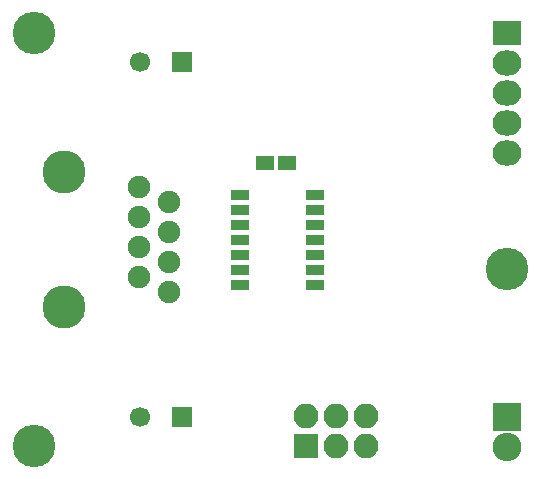
<source format=gbs>
G04 #@! TF.FileFunction,Soldermask,Bot*
%FSLAX46Y46*%
G04 Gerber Fmt 4.6, Leading zero omitted, Abs format (unit mm)*
G04 Created by KiCad (PCBNEW 4.0.7-e2-6376~58~ubuntu17.04.1) date Mon Nov 20 18:02:35 2017*
%MOMM*%
%LPD*%
G01*
G04 APERTURE LIST*
%ADD10C,0.100000*%
%ADD11R,1.600000X1.150000*%
%ADD12C,1.700000*%
%ADD13R,1.700000X1.700000*%
%ADD14R,1.543000X0.908000*%
%ADD15C,3.650000*%
%ADD16C,1.900000*%
%ADD17R,2.432000X2.127200*%
%ADD18O,2.432000X2.127200*%
%ADD19R,2.432000X2.432000*%
%ADD20O,2.432000X2.432000*%
%ADD21R,2.100000X2.100000*%
%ADD22O,2.100000X2.100000*%
%ADD23C,3.600000*%
G04 APERTURE END LIST*
D10*
D11*
X126450000Y-108500000D03*
X124550000Y-108500000D03*
D12*
X114000000Y-130000000D03*
D13*
X117500000Y-130000000D03*
D12*
X114000000Y-100000000D03*
D13*
X117500000Y-100000000D03*
D14*
X128802000Y-111190000D03*
X128802000Y-112460000D03*
X128802000Y-113730000D03*
X128802000Y-115000000D03*
X128802000Y-116270000D03*
X128802000Y-117540000D03*
X128802000Y-118810000D03*
X122452000Y-118810000D03*
X122452000Y-117540000D03*
X122452000Y-115000000D03*
X122452000Y-113730000D03*
X122452000Y-112460000D03*
X122452000Y-111190000D03*
X122452000Y-116270000D03*
D15*
X107500000Y-120715000D03*
X107500000Y-109285000D03*
D16*
X116390000Y-119445000D03*
X113850000Y-118175000D03*
X116390000Y-116905000D03*
X113850000Y-115635000D03*
X116390000Y-114365000D03*
X113850000Y-113095000D03*
X116390000Y-111825000D03*
X113850000Y-110555000D03*
D17*
X145000000Y-97500000D03*
D18*
X145000000Y-100040000D03*
X145000000Y-102580000D03*
X145000000Y-105120000D03*
X145000000Y-107660000D03*
D19*
X145000000Y-130000000D03*
D20*
X145000000Y-132540000D03*
D21*
X128000000Y-132500000D03*
D22*
X128000000Y-129960000D03*
X130540000Y-132500000D03*
X130540000Y-129960000D03*
X133080000Y-132500000D03*
X133080000Y-129960000D03*
D23*
X105000000Y-97500000D03*
X105000000Y-132500000D03*
X145000000Y-117500000D03*
M02*

</source>
